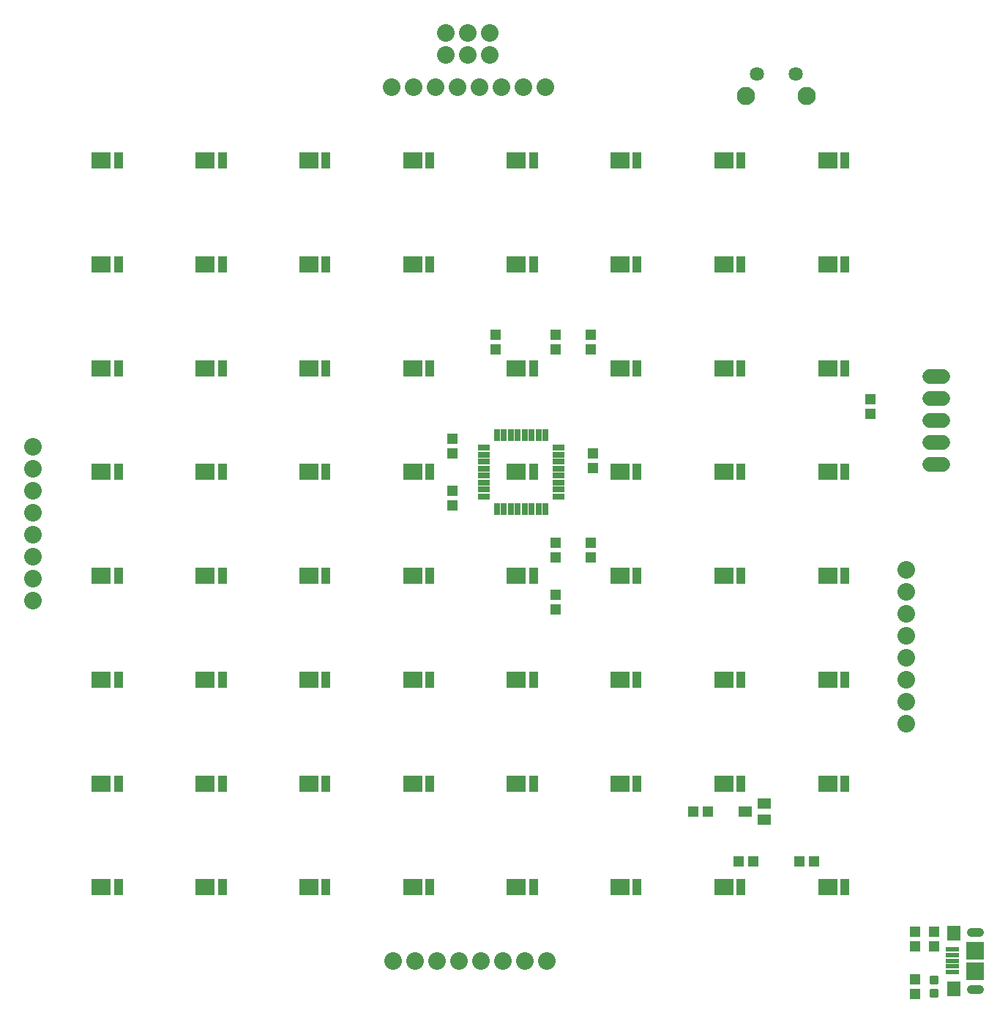
<source format=gbr>
G04 EAGLE Gerber RS-274X export*
G75*
%MOMM*%
%FSLAX34Y34*%
%LPD*%
%INSoldermask Top*%
%IPPOS*%
%AMOC8*
5,1,8,0,0,1.08239X$1,22.5*%
G01*
%ADD10R,1.422400X0.711200*%
%ADD11R,0.711200X1.422400*%
%ADD12R,2.212400X1.952400*%
%ADD13R,1.142400X1.952400*%
%ADD14R,1.152400X1.252400*%
%ADD15C,1.637400*%
%ADD16C,2.102400*%
%ADD17R,1.502400X0.552400*%
%ADD18R,1.552400X1.752400*%
%ADD19R,2.052400X2.052400*%
%ADD20C,0.652400*%
%ADD21C,1.052400*%
%ADD22R,1.252400X1.152400*%
%ADD23C,0.374903*%
%ADD24C,1.676400*%
%ADD25C,2.032000*%
%ADD26R,1.552400X1.152400*%


D10*
X702926Y632000D03*
X702926Y640000D03*
X702926Y648000D03*
X702926Y656000D03*
X702926Y664000D03*
X702926Y672000D03*
X702926Y680000D03*
X702926Y688000D03*
D11*
X688000Y702926D03*
X680000Y702926D03*
X672000Y702926D03*
X664000Y702926D03*
X656000Y702926D03*
X648000Y702926D03*
X640000Y702926D03*
X632000Y702926D03*
D10*
X617074Y688000D03*
X617074Y680000D03*
X617074Y672000D03*
X617074Y664000D03*
X617074Y656000D03*
X617074Y648000D03*
X617074Y640000D03*
X617074Y632000D03*
D11*
X632000Y617074D03*
X640000Y617074D03*
X648000Y617074D03*
X656000Y617074D03*
X664000Y617074D03*
X672000Y617074D03*
X680000Y617074D03*
X688000Y617074D03*
D12*
X174300Y1020000D03*
D13*
X194050Y1020000D03*
D12*
X174300Y900000D03*
D13*
X194050Y900000D03*
D12*
X174300Y780000D03*
D13*
X194050Y780000D03*
D12*
X174300Y660000D03*
D13*
X194050Y660000D03*
D12*
X174300Y540000D03*
D13*
X194050Y540000D03*
D12*
X174300Y420000D03*
D13*
X194050Y420000D03*
D12*
X174300Y300000D03*
D13*
X194050Y300000D03*
D12*
X174300Y180000D03*
D13*
X194050Y180000D03*
D12*
X294300Y1020000D03*
D13*
X314050Y1020000D03*
D12*
X294300Y900000D03*
D13*
X314050Y900000D03*
D12*
X294300Y780000D03*
D13*
X314050Y780000D03*
D12*
X294300Y660000D03*
D13*
X314050Y660000D03*
D12*
X294300Y540000D03*
D13*
X314050Y540000D03*
D12*
X294300Y420000D03*
D13*
X314050Y420000D03*
D12*
X294300Y300000D03*
D13*
X314050Y300000D03*
D12*
X294300Y180000D03*
D13*
X314050Y180000D03*
D12*
X414300Y1020000D03*
D13*
X434050Y1020000D03*
D12*
X414300Y900000D03*
D13*
X434050Y900000D03*
D12*
X414300Y780000D03*
D13*
X434050Y780000D03*
D12*
X414300Y660000D03*
D13*
X434050Y660000D03*
D12*
X414300Y540000D03*
D13*
X434050Y540000D03*
D12*
X414300Y420000D03*
D13*
X434050Y420000D03*
D12*
X414300Y300000D03*
D13*
X434050Y300000D03*
D12*
X414300Y180000D03*
D13*
X434050Y180000D03*
D12*
X534300Y1020000D03*
D13*
X554050Y1020000D03*
D12*
X534300Y900000D03*
D13*
X554050Y900000D03*
D12*
X534300Y780000D03*
D13*
X554050Y780000D03*
D12*
X534300Y660000D03*
D13*
X554050Y660000D03*
D12*
X534300Y540000D03*
D13*
X554050Y540000D03*
D12*
X534300Y420000D03*
D13*
X554050Y420000D03*
D12*
X534300Y300000D03*
D13*
X554050Y300000D03*
D12*
X534300Y180000D03*
D13*
X554050Y180000D03*
D12*
X654300Y1020000D03*
D13*
X674050Y1020000D03*
D12*
X654300Y900000D03*
D13*
X674050Y900000D03*
D12*
X654300Y780000D03*
D13*
X674050Y780000D03*
D12*
X654300Y660000D03*
D13*
X674050Y660000D03*
D12*
X654300Y540000D03*
D13*
X674050Y540000D03*
D12*
X654300Y420000D03*
D13*
X674050Y420000D03*
D12*
X654300Y300000D03*
D13*
X674050Y300000D03*
D12*
X654300Y180000D03*
D13*
X674050Y180000D03*
D12*
X774300Y1020000D03*
D13*
X794050Y1020000D03*
D12*
X774300Y900000D03*
D13*
X794050Y900000D03*
D12*
X774300Y780000D03*
D13*
X794050Y780000D03*
D12*
X774300Y660000D03*
D13*
X794050Y660000D03*
D12*
X774300Y540000D03*
D13*
X794050Y540000D03*
D12*
X774300Y420000D03*
D13*
X794050Y420000D03*
D12*
X774300Y300000D03*
D13*
X794050Y300000D03*
D12*
X774300Y180000D03*
D13*
X794050Y180000D03*
D12*
X894300Y1020000D03*
D13*
X914050Y1020000D03*
D12*
X894300Y900000D03*
D13*
X914050Y900000D03*
D12*
X894300Y780000D03*
D13*
X914050Y780000D03*
D12*
X894300Y660000D03*
D13*
X914050Y660000D03*
D12*
X894300Y540000D03*
D13*
X914050Y540000D03*
D12*
X894300Y420000D03*
D13*
X914050Y420000D03*
D12*
X894300Y300000D03*
D13*
X914050Y300000D03*
D12*
X894300Y180000D03*
D13*
X914050Y180000D03*
D12*
X1014300Y1020000D03*
D13*
X1034050Y1020000D03*
D12*
X1014300Y900000D03*
D13*
X1034050Y900000D03*
D12*
X1014300Y780000D03*
D13*
X1034050Y780000D03*
D12*
X1014300Y660000D03*
D13*
X1034050Y660000D03*
D12*
X1014300Y540000D03*
D13*
X1034050Y540000D03*
D12*
X1014300Y420000D03*
D13*
X1034050Y420000D03*
D12*
X1014300Y300000D03*
D13*
X1034050Y300000D03*
D12*
X1014300Y180000D03*
D13*
X1034050Y180000D03*
D14*
X630000Y801500D03*
X630000Y818500D03*
X700000Y518500D03*
X700000Y501500D03*
X700000Y578500D03*
X700000Y561500D03*
X740000Y801500D03*
X740000Y818500D03*
X740000Y578500D03*
X740000Y561500D03*
X700000Y801500D03*
X700000Y818500D03*
X580000Y681500D03*
X580000Y698500D03*
X580000Y621500D03*
X580000Y638500D03*
D15*
X977500Y1120000D03*
X932500Y1120000D03*
D16*
X990050Y1095100D03*
X919950Y1095100D03*
D17*
X1158250Y82000D03*
X1158250Y88500D03*
X1158250Y95000D03*
X1158250Y101500D03*
X1158250Y108000D03*
D18*
X1160500Y63000D03*
X1160500Y127000D03*
D19*
X1185000Y83000D03*
X1185000Y107000D03*
D20*
X1185000Y62000D03*
X1185000Y128000D03*
D21*
X1189500Y62000D02*
X1180500Y62000D01*
X1180500Y128000D02*
X1189500Y128000D01*
D14*
X1137500Y111500D03*
X1137500Y128500D03*
X1115000Y56500D03*
X1115000Y73500D03*
D22*
X1115000Y128500D03*
X1115000Y111500D03*
D23*
X1134167Y75953D02*
X1134167Y69287D01*
X1134167Y75953D02*
X1140833Y75953D01*
X1140833Y69287D01*
X1134167Y69287D01*
X1134167Y72849D02*
X1140833Y72849D01*
X1134167Y60713D02*
X1134167Y54047D01*
X1134167Y60713D02*
X1140833Y60713D01*
X1140833Y54047D01*
X1134167Y54047D01*
X1134167Y57609D02*
X1140833Y57609D01*
D24*
X1147620Y770800D02*
X1132380Y770800D01*
X1132380Y745400D02*
X1147620Y745400D01*
X1147620Y720000D02*
X1132380Y720000D01*
X1132380Y694600D02*
X1147620Y694600D01*
X1147620Y669200D02*
X1132380Y669200D01*
D25*
X572500Y1142500D03*
X572500Y1167900D03*
X597900Y1142500D03*
X597900Y1167900D03*
X623300Y1142500D03*
X623300Y1167900D03*
D14*
X743000Y682000D03*
X743000Y665000D03*
D25*
X1105000Y369500D03*
X1105000Y394900D03*
X1105000Y420300D03*
X1105000Y445700D03*
X1105000Y471100D03*
X1105000Y496500D03*
X1105000Y521900D03*
X1105000Y547300D03*
X512000Y95000D03*
X537400Y95000D03*
X562800Y95000D03*
X588200Y95000D03*
X613600Y95000D03*
X639000Y95000D03*
X664400Y95000D03*
X689800Y95000D03*
X95000Y511000D03*
X95000Y536400D03*
X95000Y561800D03*
X95000Y587200D03*
X95000Y612600D03*
X95000Y638000D03*
X95000Y663400D03*
X95000Y688800D03*
X510000Y1105000D03*
X535400Y1105000D03*
X560800Y1105000D03*
X586200Y1105000D03*
X611600Y1105000D03*
X637000Y1105000D03*
X662400Y1105000D03*
X687800Y1105000D03*
D14*
X1063500Y744500D03*
X1063500Y727500D03*
D26*
X919000Y267500D03*
X941000Y277000D03*
X941000Y258000D03*
D14*
X911500Y210000D03*
X928500Y210000D03*
X981500Y210000D03*
X998500Y210000D03*
X876000Y267500D03*
X859000Y267500D03*
M02*

</source>
